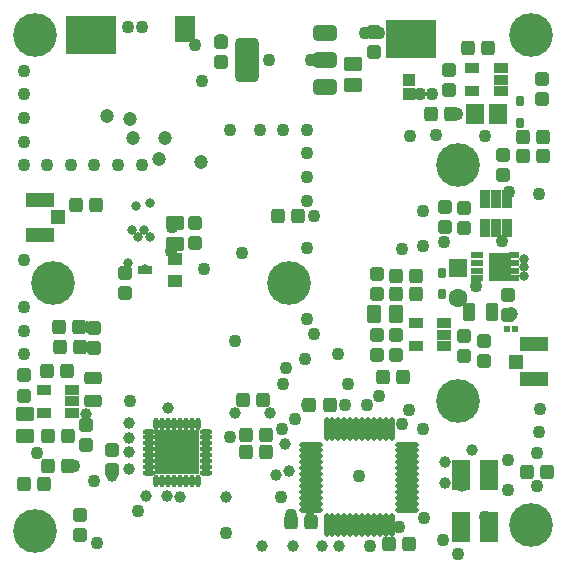
<source format=gts>
G04 Layer_Color=8388736*
%FSLAX44Y44*%
%MOMM*%
G71*
G01*
G75*
%ADD12R,0.5000X0.5000*%
%ADD36R,1.0000X1.0000*%
%ADD71R,1.7032X2.2032*%
G04:AMPARAMS|DCode=72|XSize=1.2032mm|YSize=1.1032mm|CornerRadius=0.2141mm|HoleSize=0mm|Usage=FLASHONLY|Rotation=180.000|XOffset=0mm|YOffset=0mm|HoleType=Round|Shape=RoundedRectangle|*
%AMROUNDEDRECTD72*
21,1,1.2032,0.6750,0,0,180.0*
21,1,0.7750,1.1032,0,0,180.0*
1,1,0.4282,-0.3875,0.3375*
1,1,0.4282,0.3875,0.3375*
1,1,0.4282,0.3875,-0.3375*
1,1,0.4282,-0.3875,-0.3375*
%
%ADD72ROUNDEDRECTD72*%
G04:AMPARAMS|DCode=73|XSize=1.2032mm|YSize=1.1032mm|CornerRadius=0.2141mm|HoleSize=0mm|Usage=FLASHONLY|Rotation=90.000|XOffset=0mm|YOffset=0mm|HoleType=Round|Shape=RoundedRectangle|*
%AMROUNDEDRECTD73*
21,1,1.2032,0.6750,0,0,90.0*
21,1,0.7750,1.1032,0,0,90.0*
1,1,0.4282,0.3375,0.3875*
1,1,0.4282,0.3375,-0.3875*
1,1,0.4282,-0.3375,-0.3875*
1,1,0.4282,-0.3375,0.3875*
%
%ADD73ROUNDEDRECTD73*%
%ADD74R,3.8032X3.8032*%
%ADD75O,1.0532X0.4532*%
%ADD76O,0.4532X1.0532*%
G04:AMPARAMS|DCode=77|XSize=1.6032mm|YSize=1.2032mm|CornerRadius=0.2266mm|HoleSize=0mm|Usage=FLASHONLY|Rotation=180.000|XOffset=0mm|YOffset=0mm|HoleType=Round|Shape=RoundedRectangle|*
%AMROUNDEDRECTD77*
21,1,1.6032,0.7500,0,0,180.0*
21,1,1.1500,1.2032,0,0,180.0*
1,1,0.4532,-0.5750,0.3750*
1,1,0.4532,0.5750,0.3750*
1,1,0.4532,0.5750,-0.3750*
1,1,0.4532,-0.5750,-0.3750*
%
%ADD77ROUNDEDRECTD77*%
G04:AMPARAMS|DCode=78|XSize=1.6032mm|YSize=1.2032mm|CornerRadius=0.2266mm|HoleSize=0mm|Usage=FLASHONLY|Rotation=270.000|XOffset=0mm|YOffset=0mm|HoleType=Round|Shape=RoundedRectangle|*
%AMROUNDEDRECTD78*
21,1,1.6032,0.7500,0,0,270.0*
21,1,1.1500,1.2032,0,0,270.0*
1,1,0.4532,-0.3750,-0.5750*
1,1,0.4532,-0.3750,0.5750*
1,1,0.4532,0.3750,0.5750*
1,1,0.4532,0.3750,-0.5750*
%
%ADD78ROUNDEDRECTD78*%
G04:AMPARAMS|DCode=79|XSize=0.8532mm|YSize=0.7032mm|CornerRadius=0.1516mm|HoleSize=0mm|Usage=FLASHONLY|Rotation=90.000|XOffset=0mm|YOffset=0mm|HoleType=Round|Shape=RoundedRectangle|*
%AMROUNDEDRECTD79*
21,1,0.8532,0.4000,0,0,90.0*
21,1,0.5500,0.7032,0,0,90.0*
1,1,0.3032,0.2000,0.2750*
1,1,0.3032,0.2000,-0.2750*
1,1,0.3032,-0.2000,-0.2750*
1,1,0.3032,-0.2000,0.2750*
%
%ADD79ROUNDEDRECTD79*%
%ADD80O,0.5032X2.0032*%
%ADD81O,2.0032X0.5032*%
%ADD82R,1.3032X0.8532*%
G04:AMPARAMS|DCode=83|XSize=3.7032mm|YSize=1.9532mm|CornerRadius=0.3204mm|HoleSize=0mm|Usage=FLASHONLY|Rotation=90.000|XOffset=0mm|YOffset=0mm|HoleType=Round|Shape=RoundedRectangle|*
%AMROUNDEDRECTD83*
21,1,3.7032,1.3125,0,0,90.0*
21,1,3.0625,1.9532,0,0,90.0*
1,1,0.6407,0.6563,1.5313*
1,1,0.6407,0.6563,-1.5313*
1,1,0.6407,-0.6563,-1.5313*
1,1,0.6407,-0.6563,1.5313*
%
%ADD83ROUNDEDRECTD83*%
G04:AMPARAMS|DCode=84|XSize=1.3032mm|YSize=1.9532mm|CornerRadius=0.2391mm|HoleSize=0mm|Usage=FLASHONLY|Rotation=90.000|XOffset=0mm|YOffset=0mm|HoleType=Round|Shape=RoundedRectangle|*
%AMROUNDEDRECTD84*
21,1,1.3032,1.4750,0,0,90.0*
21,1,0.8250,1.9532,0,0,90.0*
1,1,0.4782,0.7375,0.4125*
1,1,0.4782,0.7375,-0.4125*
1,1,0.4782,-0.7375,-0.4125*
1,1,0.4782,-0.7375,0.4125*
%
%ADD84ROUNDEDRECTD84*%
G04:AMPARAMS|DCode=85|XSize=1.3032mm|YSize=1.9532mm|CornerRadius=0.2391mm|HoleSize=0mm|Usage=FLASHONLY|Rotation=90.000|XOffset=0mm|YOffset=0mm|HoleType=Round|Shape=RoundedRectangle|*
%AMROUNDEDRECTD85*
21,1,1.3032,1.4750,0,0,90.0*
21,1,0.8250,1.9532,0,0,90.0*
1,1,0.4782,0.7375,0.4125*
1,1,0.4782,0.7375,-0.4125*
1,1,0.4782,-0.7375,-0.4125*
1,1,0.4782,-0.7375,0.4125*
%
%ADD85ROUNDEDRECTD85*%
%ADD86R,1.2532X1.2032*%
%ADD87R,2.4032X1.2532*%
%ADD88R,1.5032X1.7032*%
%ADD89R,4.2032X3.2032*%
%ADD90R,1.0032X0.5432*%
%ADD91R,0.8532X0.5432*%
%ADD92R,1.9132X2.4932*%
G04:AMPARAMS|DCode=93|XSize=1.5032mm|YSize=1.0032mm|CornerRadius=0.2016mm|HoleSize=0mm|Usage=FLASHONLY|Rotation=180.000|XOffset=0mm|YOffset=0mm|HoleType=Round|Shape=RoundedRectangle|*
%AMROUNDEDRECTD93*
21,1,1.5032,0.6000,0,0,180.0*
21,1,1.1000,1.0032,0,0,180.0*
1,1,0.4032,-0.5500,0.3000*
1,1,0.4032,0.5500,0.3000*
1,1,0.4032,0.5500,-0.3000*
1,1,0.4032,-0.5500,-0.3000*
%
%ADD93ROUNDEDRECTD93*%
G04:AMPARAMS|DCode=94|XSize=1.5032mm|YSize=1.0032mm|CornerRadius=0.2016mm|HoleSize=0mm|Usage=FLASHONLY|Rotation=270.000|XOffset=0mm|YOffset=0mm|HoleType=Round|Shape=RoundedRectangle|*
%AMROUNDEDRECTD94*
21,1,1.5032,0.6000,0,0,270.0*
21,1,1.1000,1.0032,0,0,270.0*
1,1,0.4032,-0.3000,-0.5500*
1,1,0.4032,-0.3000,0.5500*
1,1,0.4032,0.3000,0.5500*
1,1,0.4032,0.3000,-0.5500*
%
%ADD94ROUNDEDRECTD94*%
%ADD95R,0.9032X1.5032*%
%ADD96R,1.5032X2.6032*%
%ADD97R,1.1532X0.8032*%
%ADD98R,1.1532X1.1032*%
%ADD99R,1.1532X1.1032*%
%ADD100C,1.0032*%
%ADD101R,1.6032X1.6032*%
%ADD102C,1.6032*%
%ADD103C,3.7032*%
%ADD104C,1.1032*%
%ADD105C,1.2032*%
%ADD106C,0.8032*%
D12*
X429000Y-279000D02*
D03*
X436000D02*
D03*
D36*
X346000Y-68000D02*
D03*
Y-80000D02*
D03*
D71*
X157000Y-25000D02*
D03*
D72*
X187000Y-52500D02*
D03*
Y-35500D02*
D03*
X95000Y-398000D02*
D03*
Y-381000D02*
D03*
X317000Y-27000D02*
D03*
Y-44000D02*
D03*
X393000Y-193000D02*
D03*
Y-176000D02*
D03*
X430000Y-249500D02*
D03*
Y-266500D02*
D03*
X335000Y-300500D02*
D03*
Y-283500D02*
D03*
X380000Y-59000D02*
D03*
Y-76000D02*
D03*
X68000Y-436500D02*
D03*
Y-453500D02*
D03*
X377000Y-192500D02*
D03*
Y-175500D02*
D03*
X319000Y-283500D02*
D03*
Y-300500D02*
D03*
X459000Y-84000D02*
D03*
Y-67000D02*
D03*
X80000Y-294500D02*
D03*
Y-277500D02*
D03*
X20000Y-318000D02*
D03*
Y-335000D02*
D03*
X426000Y-131500D02*
D03*
Y-148500D02*
D03*
X73000Y-377000D02*
D03*
Y-360000D02*
D03*
X410000Y-305500D02*
D03*
Y-288500D02*
D03*
X319000Y-249000D02*
D03*
Y-232000D02*
D03*
X393000Y-284500D02*
D03*
Y-301500D02*
D03*
X106000Y-231000D02*
D03*
Y-248000D02*
D03*
X165000Y-206000D02*
D03*
Y-189000D02*
D03*
D73*
X446000Y-400000D02*
D03*
X463000D02*
D03*
X262000Y-343000D02*
D03*
X279000D02*
D03*
X346500Y-461000D02*
D03*
X329500D02*
D03*
X263000Y-442000D02*
D03*
X246000D02*
D03*
X208000Y-368000D02*
D03*
X225000D02*
D03*
X208000Y-383000D02*
D03*
X225000D02*
D03*
X252500Y-183000D02*
D03*
X235500D02*
D03*
X396000Y-41000D02*
D03*
X413000D02*
D03*
X443000Y-116000D02*
D03*
X460000D02*
D03*
X67000Y-277000D02*
D03*
X50000D02*
D03*
X68000Y-294000D02*
D03*
X51000D02*
D03*
X58000Y-369000D02*
D03*
X41000D02*
D03*
X352000Y-249000D02*
D03*
X335000D02*
D03*
X41000Y-395000D02*
D03*
X58000D02*
D03*
X365000Y-97000D02*
D03*
X382000D02*
D03*
X460000Y-132000D02*
D03*
X443000D02*
D03*
X64250Y-173500D02*
D03*
X81250D02*
D03*
X20500Y-410000D02*
D03*
X37500D02*
D03*
X57000Y-314000D02*
D03*
X40000D02*
D03*
X352000Y-234000D02*
D03*
X335000D02*
D03*
X206000Y-339000D02*
D03*
X223000D02*
D03*
X341000Y-319000D02*
D03*
X324000D02*
D03*
D74*
X150000Y-383000D02*
D03*
D75*
X125750Y-400500D02*
D03*
Y-395500D02*
D03*
Y-390500D02*
D03*
Y-385500D02*
D03*
Y-380500D02*
D03*
Y-375500D02*
D03*
Y-370500D02*
D03*
Y-365500D02*
D03*
X174250D02*
D03*
Y-370500D02*
D03*
Y-375500D02*
D03*
Y-380500D02*
D03*
Y-385500D02*
D03*
Y-390500D02*
D03*
Y-395500D02*
D03*
Y-400500D02*
D03*
D76*
X132500Y-358750D02*
D03*
X137500D02*
D03*
X142500D02*
D03*
X147500D02*
D03*
X152500D02*
D03*
X157500D02*
D03*
X162500D02*
D03*
X167500D02*
D03*
Y-407250D02*
D03*
X162500D02*
D03*
X157500D02*
D03*
X152500D02*
D03*
X147500D02*
D03*
X142500D02*
D03*
X137500D02*
D03*
X132500D02*
D03*
D77*
X299000Y-54000D02*
D03*
Y-72000D02*
D03*
X21000Y-369000D02*
D03*
Y-351000D02*
D03*
X148000Y-207000D02*
D03*
Y-189000D02*
D03*
D78*
X317000Y-266000D02*
D03*
X335000D02*
D03*
D79*
X440000Y-86000D02*
D03*
Y-104000D02*
D03*
X374000Y-249000D02*
D03*
Y-231000D02*
D03*
D80*
X331500Y-444500D02*
D03*
X326500D02*
D03*
X321500D02*
D03*
X316500D02*
D03*
X311500D02*
D03*
X306500D02*
D03*
X301500D02*
D03*
X296500D02*
D03*
X291500D02*
D03*
X286500D02*
D03*
X281500D02*
D03*
X276500D02*
D03*
Y-363500D02*
D03*
X281500D02*
D03*
X286500D02*
D03*
X291500D02*
D03*
X296500D02*
D03*
X301500D02*
D03*
X306500D02*
D03*
X311500D02*
D03*
X316500D02*
D03*
X321500D02*
D03*
X326500D02*
D03*
X331500D02*
D03*
D81*
X263500Y-431500D02*
D03*
Y-426500D02*
D03*
Y-421500D02*
D03*
Y-416500D02*
D03*
Y-411500D02*
D03*
Y-406500D02*
D03*
Y-401500D02*
D03*
Y-396500D02*
D03*
Y-391500D02*
D03*
Y-386500D02*
D03*
Y-381500D02*
D03*
Y-376500D02*
D03*
X344500D02*
D03*
Y-381500D02*
D03*
Y-386500D02*
D03*
Y-391500D02*
D03*
Y-396500D02*
D03*
Y-401500D02*
D03*
Y-406500D02*
D03*
Y-411500D02*
D03*
Y-416500D02*
D03*
Y-421500D02*
D03*
Y-426500D02*
D03*
Y-431500D02*
D03*
D82*
X400000Y-77000D02*
D03*
Y-58000D02*
D03*
X424000D02*
D03*
Y-67500D02*
D03*
Y-77000D02*
D03*
X37000Y-349500D02*
D03*
Y-330500D02*
D03*
X61000D02*
D03*
Y-340000D02*
D03*
Y-349500D02*
D03*
X352000Y-293000D02*
D03*
Y-274000D02*
D03*
X376000D02*
D03*
Y-283500D02*
D03*
Y-293000D02*
D03*
D83*
X209000Y-51000D02*
D03*
D84*
X275000Y-28000D02*
D03*
Y-51000D02*
D03*
D85*
Y-74000D02*
D03*
D86*
X49250Y-184250D02*
D03*
X436750Y-306250D02*
D03*
D87*
X34000Y-199000D02*
D03*
Y-169500D02*
D03*
X452000Y-291500D02*
D03*
Y-321000D02*
D03*
D88*
X421500Y-97000D02*
D03*
X402500D02*
D03*
D89*
X348000Y-33000D02*
D03*
X77000Y-30000D02*
D03*
D90*
X404045Y-216250D02*
D03*
Y-222750D02*
D03*
Y-229250D02*
D03*
Y-235750D02*
D03*
D91*
X434795Y-216250D02*
D03*
Y-222750D02*
D03*
Y-229250D02*
D03*
Y-235750D02*
D03*
D92*
X423000Y-226000D02*
D03*
D93*
X79000Y-340000D02*
D03*
Y-320000D02*
D03*
D94*
X417000Y-264000D02*
D03*
X397000D02*
D03*
D95*
X410500Y-193000D02*
D03*
X420000D02*
D03*
X429500D02*
D03*
Y-169000D02*
D03*
X420000D02*
D03*
X410500D02*
D03*
D96*
X390000Y-446001D02*
D03*
Y-402001D02*
D03*
X414000D02*
D03*
Y-446001D02*
D03*
D97*
X123000Y-228500D02*
D03*
D98*
X148000Y-219000D02*
D03*
D99*
X148000Y-238000D02*
D03*
D100*
X199000Y-350000D02*
D03*
X229000D02*
D03*
X109000Y-358000D02*
D03*
X124000Y-420000D02*
D03*
X191000Y-421000D02*
D03*
X95000Y-403000D02*
D03*
X244500Y-398893D02*
D03*
X152500Y-420500D02*
D03*
X109000Y-397000D02*
D03*
X75000Y-294000D02*
D03*
X74000Y-277000D02*
D03*
X79000Y-340000D02*
D03*
X73000Y-377000D02*
D03*
X234000Y-402000D02*
D03*
X241000Y-376000D02*
D03*
X222000Y-462000D02*
D03*
X248000D02*
D03*
X286999Y-461999D02*
D03*
X273000Y-462000D02*
D03*
X262500Y-439000D02*
D03*
X109000Y-382999D02*
D03*
X109000Y-371000D02*
D03*
X142500Y-345500D02*
D03*
X141000Y-420000D02*
D03*
X73000Y-350999D02*
D03*
X391000Y-412000D02*
D03*
X377000Y-409000D02*
D03*
X400000Y-381250D02*
D03*
X376500Y-391000D02*
D03*
D101*
X388000Y-227300D02*
D03*
D102*
Y-252700D02*
D03*
D103*
X45000Y-240000D02*
D03*
X245000D02*
D03*
X388000Y-340000D02*
D03*
Y-140000D02*
D03*
X450000Y-30000D02*
D03*
Y-445000D02*
D03*
X30000Y-450000D02*
D03*
Y-30000D02*
D03*
D104*
X414000Y-41000D02*
D03*
X187000Y-34000D02*
D03*
X455000Y-412000D02*
D03*
X110000Y-340000D02*
D03*
X60000Y-140000D02*
D03*
X40000D02*
D03*
X20000D02*
D03*
Y-120000D02*
D03*
Y-100000D02*
D03*
Y-80000D02*
D03*
Y-60000D02*
D03*
X260000Y-170000D02*
D03*
Y-270000D02*
D03*
Y-210000D02*
D03*
Y-150000D02*
D03*
Y-130000D02*
D03*
X220000Y-110000D02*
D03*
X240000D02*
D03*
X260000D02*
D03*
X80000Y-407000D02*
D03*
X347000Y-115000D02*
D03*
X387000Y-97000D02*
D03*
X339999Y-358999D02*
D03*
X338000Y-446000D02*
D03*
X359000Y-439000D02*
D03*
X239000Y-363000D02*
D03*
X250000Y-355000D02*
D03*
X31000Y-384000D02*
D03*
X430000Y-415000D02*
D03*
X266000Y-283000D02*
D03*
X242000Y-312000D02*
D03*
X356000Y-80000D02*
D03*
X369000Y-114000D02*
D03*
X366000Y-80000D02*
D03*
X411000Y-115000D02*
D03*
X376000Y-205000D02*
D03*
X340000Y-211000D02*
D03*
X358000Y-208000D02*
D03*
X346000Y-80000D02*
D03*
X238000Y-421000D02*
D03*
X286000Y-300000D02*
D03*
X63000Y-395000D02*
D03*
X358000Y-179000D02*
D03*
X321000Y-335000D02*
D03*
X311000Y-343000D02*
D03*
X292000D02*
D03*
X258000Y-304000D02*
D03*
X240000Y-325000D02*
D03*
X205000Y-214000D02*
D03*
X266000Y-183000D02*
D03*
X246000Y-436000D02*
D03*
X191000Y-451000D02*
D03*
X82000Y-460000D02*
D03*
X346000Y-347000D02*
D03*
X304000Y-403000D02*
D03*
X260000Y-343000D02*
D03*
X358000Y-363000D02*
D03*
X374999Y-456999D02*
D03*
X263000Y-51000D02*
D03*
X228000D02*
D03*
X117000Y-433000D02*
D03*
X295000Y-325000D02*
D03*
X195000Y-370000D02*
D03*
X162000D02*
D03*
Y-394000D02*
D03*
X138000D02*
D03*
Y-371000D02*
D03*
X20000Y-410000D02*
D03*
Y-350000D02*
D03*
X171000Y-69000D02*
D03*
X321000Y-28000D02*
D03*
X120000Y-23000D02*
D03*
X309000Y-28000D02*
D03*
X108000Y-23000D02*
D03*
X165000Y-38000D02*
D03*
X460000Y-67000D02*
D03*
X377000Y-175000D02*
D03*
X425000Y-204000D02*
D03*
X173000Y-228000D02*
D03*
X199000Y-289000D02*
D03*
X145000Y-213000D02*
D03*
X146000Y-192000D02*
D03*
X430000Y-390000D02*
D03*
X457000Y-346000D02*
D03*
X456000Y-366000D02*
D03*
X455000Y-384000D02*
D03*
X426000Y-148500D02*
D03*
X431000Y-163000D02*
D03*
X456000Y-164000D02*
D03*
X403000Y-242000D02*
D03*
X80000Y-140000D02*
D03*
X100000D02*
D03*
X120000D02*
D03*
X20000Y-220000D02*
D03*
Y-260000D02*
D03*
Y-280000D02*
D03*
Y-300000D02*
D03*
X313000Y-462000D02*
D03*
X388000Y-469000D02*
D03*
X411000Y-438000D02*
D03*
X195000Y-110000D02*
D03*
D105*
X110000Y-101000D02*
D03*
X113000Y-117000D02*
D03*
X135000Y-135000D02*
D03*
X91000Y-98000D02*
D03*
X140000Y-117000D02*
D03*
X170000Y-137000D02*
D03*
X335000Y-234000D02*
D03*
X335000Y-283500D02*
D03*
Y-266000D02*
D03*
X433000D02*
D03*
X393000Y-284500D02*
D03*
X460000Y-132000D02*
D03*
D106*
X117000Y-201000D02*
D03*
X122000Y-195000D02*
D03*
X127000Y-201000D02*
D03*
X123000Y-228000D02*
D03*
X108000Y-223000D02*
D03*
X444000Y-234000D02*
D03*
Y-219000D02*
D03*
Y-226000D02*
D03*
X115500Y-174500D02*
D03*
X126750Y-172250D02*
D03*
X112000Y-195000D02*
D03*
M02*

</source>
